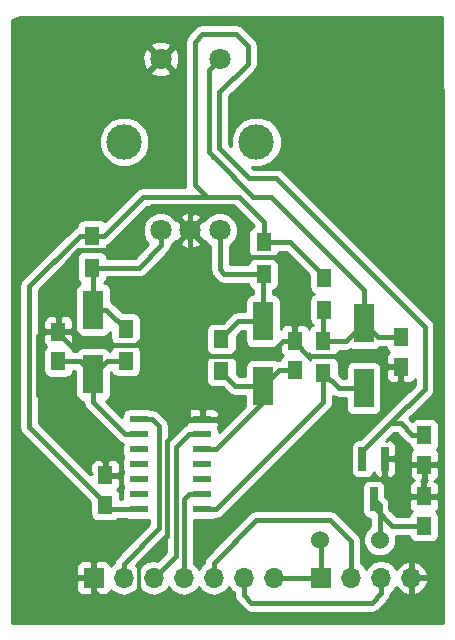
<source format=gbr>
G04 #@! TF.FileFunction,Copper,L1,Top,Signal*
%FSLAX46Y46*%
G04 Gerber Fmt 4.6, Leading zero omitted, Abs format (unit mm)*
G04 Created by KiCad (PCBNEW 4.0.7) date 03/25/18 12:18:46*
%MOMM*%
%LPD*%
G01*
G04 APERTURE LIST*
%ADD10C,0.100000*%
%ADD11R,1.250000X1.500000*%
%ADD12R,1.700000X3.300000*%
%ADD13R,1.700000X1.700000*%
%ADD14O,1.700000X1.700000*%
%ADD15R,1.300000X1.500000*%
%ADD16C,1.800000*%
%ADD17C,3.000000*%
%ADD18R,1.500000X0.600000*%
%ADD19R,0.650000X2.000000*%
%ADD20C,1.524000*%
%ADD21C,0.400000*%
%ADD22C,0.300000*%
%ADD23C,0.200000*%
%ADD24C,0.254000*%
G04 APERTURE END LIST*
D10*
D11*
X8550000Y10725000D03*
X8550000Y13225000D03*
X33575000Y24900000D03*
X33575000Y22400000D03*
X4575000Y22875000D03*
X4575000Y25375000D03*
X24600000Y22125000D03*
X24600000Y24625000D03*
X35525000Y8925000D03*
X35525000Y11425000D03*
X35575000Y16625000D03*
X35575000Y14125000D03*
D12*
X30425000Y20600000D03*
X30425000Y26100000D03*
X7525000Y21750000D03*
X7525000Y27250000D03*
X21900000Y20775000D03*
X21900000Y26275000D03*
D13*
X7560000Y4525000D03*
D14*
X10100000Y4525000D03*
X12640000Y4525000D03*
X15180000Y4525000D03*
X17720000Y4525000D03*
X20260000Y4525000D03*
X22800000Y4525000D03*
D13*
X26835000Y4525000D03*
D14*
X29375000Y4525000D03*
X31915000Y4525000D03*
X34455000Y4525000D03*
D15*
X27025000Y21900000D03*
X27025000Y24600000D03*
X27100000Y29950000D03*
X27100000Y27250000D03*
X7425000Y33500000D03*
X7425000Y30800000D03*
X21950000Y32975000D03*
X21950000Y30275000D03*
X10275000Y25625000D03*
X10275000Y22925000D03*
X18375000Y24750000D03*
X18375000Y22050000D03*
D16*
X13250000Y48450000D03*
X13250000Y33950000D03*
X15750000Y33950000D03*
X18250000Y33950000D03*
X18250000Y48450000D03*
D17*
X21350000Y41450000D03*
X10150000Y41450000D03*
D18*
X16775000Y10340000D03*
X16775000Y11610000D03*
X16775000Y12880000D03*
X16775000Y14150000D03*
X16775000Y15420000D03*
X16775000Y16690000D03*
X16775000Y17960000D03*
X11375000Y17960000D03*
X11375000Y16690000D03*
X11375000Y15420000D03*
X11375000Y14150000D03*
X11375000Y12880000D03*
X11375000Y11610000D03*
X11375000Y10340000D03*
D19*
X32225000Y14610000D03*
X30325000Y14610000D03*
X31275000Y11190000D03*
D20*
X31775000Y7750000D03*
X26695000Y7750000D03*
D21*
X15625000Y17960000D02*
X13807346Y16142346D01*
X13807346Y16142346D02*
X13807346Y8032346D01*
X13807346Y8032346D02*
X12750000Y6975000D01*
X8550000Y13225000D02*
X8550000Y14375000D01*
X8550000Y14375000D02*
X2875000Y20050000D01*
X2875000Y20050000D02*
X2875000Y25000000D01*
X2875000Y25000000D02*
X3250000Y25375000D01*
X3250000Y25375000D02*
X4575000Y25375000D01*
X11475000Y34950000D02*
X12500000Y35975000D01*
X12500000Y35975000D02*
X16400000Y35975000D01*
X11475000Y33875000D02*
X11475000Y34950000D01*
X9849999Y32249999D02*
X11475000Y33875000D01*
X5275000Y31300000D02*
X6224999Y32249999D01*
X6224999Y32249999D02*
X9849999Y32249999D01*
X5275000Y27225000D02*
X5275000Y31300000D01*
X4575000Y25375000D02*
X4575000Y26525000D01*
X4575000Y26525000D02*
X5275000Y27225000D01*
X15750000Y33950000D02*
X15750000Y35222792D01*
X23825000Y26550000D02*
X24600000Y25775000D01*
X15750000Y35222792D02*
X16000000Y35472792D01*
X19875000Y35500000D02*
X19875000Y31874998D01*
X22800003Y31724999D02*
X23825000Y30700002D01*
X16000000Y35472792D02*
X16000000Y35575000D01*
X16000000Y35575000D02*
X16400000Y35975000D01*
X16400000Y35975000D02*
X19400000Y35975000D01*
X19400000Y35975000D02*
X19875000Y35500000D01*
X19875000Y31874998D02*
X19725001Y31724999D01*
X19725001Y31724999D02*
X22800003Y31724999D01*
X23825000Y30700002D02*
X23825000Y26550000D01*
X24600000Y25775000D02*
X24600000Y24625000D01*
X15550000Y22775000D02*
X15550000Y18035000D01*
X15550000Y18035000D02*
X15625000Y17960000D01*
X16075001Y23300001D02*
X15550000Y22775000D01*
X24600000Y24625000D02*
X23575000Y24625000D01*
X23575000Y24625000D02*
X22250001Y23300001D01*
X22250001Y23300001D02*
X16075001Y23300001D01*
X33575000Y22400000D02*
X32550000Y22400000D01*
X32550000Y22400000D02*
X31600001Y23349999D01*
X31600001Y23349999D02*
X25750001Y23349999D01*
X25750001Y23349999D02*
X24600000Y24500000D01*
X24600000Y24500000D02*
X24600000Y24625000D01*
X15750000Y33950000D02*
X15750000Y28799998D01*
X15750000Y28799998D02*
X11175002Y24225000D01*
X11175002Y24225000D02*
X5600000Y24225000D01*
X5600000Y24225000D02*
X4575000Y25250000D01*
X4575000Y25250000D02*
X4575000Y25375000D01*
D22*
X11000000Y2175000D02*
X8860000Y2175000D01*
X8860000Y2175000D02*
X7560000Y3475000D01*
D23*
X7560000Y3475000D02*
X7560000Y4525000D01*
D22*
X11389999Y2564999D02*
X11000000Y2175000D01*
X12750000Y6975000D02*
X11389999Y5614999D01*
X11389999Y5614999D02*
X11389999Y2564999D01*
D21*
X16775000Y17960000D02*
X15625000Y17960000D01*
X17350001Y47550001D02*
X17350001Y40549999D01*
X17350001Y40549999D02*
X17825000Y40075000D01*
X18250000Y48450000D02*
X17350001Y47550001D01*
X21100000Y36800000D02*
X17825000Y40075000D01*
X17825000Y40075000D02*
X17700000Y40200000D01*
X22550002Y36800000D02*
X21100000Y36800000D01*
X30425000Y26100000D02*
X30425000Y28925002D01*
X30425000Y28925002D02*
X22550002Y36800000D01*
X27025000Y24600000D02*
X27025000Y27175000D01*
X27025000Y27175000D02*
X27100000Y27250000D01*
X30400000Y26125000D02*
X30425000Y26100000D01*
X33575000Y24900000D02*
X31625000Y24900000D01*
X31625000Y24900000D02*
X30425000Y26100000D01*
X27025000Y24600000D02*
X28925000Y24600000D01*
X28925000Y24600000D02*
X30425000Y26100000D01*
X11375000Y16690000D02*
X10225000Y16690000D01*
X10225000Y16690000D02*
X7525000Y19390000D01*
X7525000Y19390000D02*
X7525000Y19700000D01*
X7525000Y19700000D02*
X7525000Y21750000D01*
X10275000Y22925000D02*
X8700000Y22925000D01*
X8700000Y22925000D02*
X7525000Y21750000D01*
X4575000Y22875000D02*
X6400000Y22875000D01*
X6400000Y22875000D02*
X7525000Y21750000D01*
X16775000Y15420000D02*
X17925000Y15420000D01*
X17925000Y15420000D02*
X21900000Y19395000D01*
X21900000Y19395000D02*
X21900000Y20775000D01*
X24600000Y22125000D02*
X23250000Y22125000D01*
X23250000Y22125000D02*
X21900000Y20775000D01*
X18375000Y22050000D02*
X18375000Y21950000D01*
X18375000Y21950000D02*
X19550000Y20775000D01*
X19550000Y20775000D02*
X20650000Y20775000D01*
X20650000Y20775000D02*
X21900000Y20775000D01*
X16775000Y10340000D02*
X17925000Y10340000D01*
X27025000Y20750000D02*
X27025000Y21900000D01*
X17925000Y10340000D02*
X27025000Y19440000D01*
X27025000Y19440000D02*
X27025000Y20750000D01*
X30425000Y20600000D02*
X28325000Y20600000D01*
X28325000Y20600000D02*
X27025000Y21900000D01*
X7525000Y27250000D02*
X8650000Y27250000D01*
X8650000Y27250000D02*
X10275000Y25625000D01*
X13250000Y33950000D02*
X13250000Y32677208D01*
X13250000Y32677208D02*
X11372792Y30800000D01*
X11372792Y30800000D02*
X8475000Y30800000D01*
X8475000Y30800000D02*
X7425000Y30800000D01*
X7525000Y27250000D02*
X7525000Y30700000D01*
X7525000Y30700000D02*
X7425000Y30800000D01*
X21900000Y26275000D02*
X19800000Y26275000D01*
X19800000Y26275000D02*
X18375000Y24850000D01*
X18375000Y24850000D02*
X18375000Y24750000D01*
X21900000Y26275000D02*
X21900000Y30225000D01*
X21900000Y30225000D02*
X21950000Y30275000D01*
X18625000Y30275000D02*
X18250000Y30650000D01*
X18250000Y30650000D02*
X18250000Y33950000D01*
X21950000Y30275000D02*
X18625000Y30275000D01*
X15625000Y11610000D02*
X16775000Y11610000D01*
X15180000Y5727081D02*
X15207368Y5754449D01*
X15207368Y5754449D02*
X15207368Y11192368D01*
X15180000Y4525000D02*
X15180000Y5727081D01*
X15207368Y11192368D02*
X15625000Y11610000D01*
X15005704Y4699296D02*
X15180000Y4525000D01*
X13489999Y5374999D02*
X12640000Y4525000D01*
X14507357Y6392357D02*
X13489999Y5374999D01*
X16775000Y16690000D02*
X15625000Y16690000D01*
X14507357Y15572357D02*
X14507357Y6392357D01*
X15625000Y16690000D02*
X14507357Y15572357D01*
X11375000Y17960000D02*
X12525000Y17960000D01*
X10100000Y5727081D02*
X10100000Y4525000D01*
X12525000Y17960000D02*
X13107335Y17377665D01*
X13107335Y17377665D02*
X13107335Y8734416D01*
X13107335Y8734416D02*
X10100000Y5727081D01*
X16125000Y49925000D02*
X16125000Y37832984D01*
X19600000Y50550000D02*
X16750000Y50550000D01*
X16750000Y50550000D02*
X16125000Y49925000D01*
X20609975Y49540025D02*
X19600000Y50550000D01*
X20609975Y48059975D02*
X20609975Y49540025D01*
X30325000Y15285000D02*
X32640000Y17600000D01*
X35575000Y16625000D02*
X34550000Y16625000D01*
X32640000Y17600000D02*
X35587593Y20547593D01*
X33575000Y17600000D02*
X32640000Y17600000D01*
X34550000Y16625000D02*
X33575000Y17600000D01*
X2124989Y17275011D02*
X8550000Y10850000D01*
X2124989Y29249989D02*
X2124989Y17275011D01*
X8550000Y10850000D02*
X8550000Y10725000D01*
X6375000Y33500000D02*
X2124989Y29249989D01*
X7425000Y33500000D02*
X6375000Y33500000D01*
X7425000Y33500000D02*
X8475000Y33500000D01*
X8475000Y33500000D02*
X11003014Y36028014D01*
X11003014Y36028014D02*
X11003014Y36037825D01*
X11003014Y36037825D02*
X11754005Y36788816D01*
X17550351Y36788816D02*
X17597249Y36741918D01*
X11754005Y36788816D02*
X17550351Y36788816D01*
X30325000Y14610000D02*
X30325000Y15285000D01*
X35587593Y20547593D02*
X35587593Y25757505D01*
X19867449Y36757551D02*
X21950000Y34675000D01*
X35587593Y25757505D02*
X22995098Y38350000D01*
X22995098Y38350000D02*
X20750000Y38350000D01*
X20750000Y38350000D02*
X18200000Y40900000D01*
X18200000Y40900000D02*
X18200000Y45650000D01*
X18200000Y45650000D02*
X20609975Y48059975D01*
X21950000Y34675000D02*
X21950000Y32975000D01*
X16125000Y37832984D02*
X17200433Y36757551D01*
X17200433Y36757551D02*
X19867449Y36757551D01*
X11375000Y10340000D02*
X8935000Y10340000D01*
X8935000Y10340000D02*
X8550000Y10725000D01*
X27100000Y30050000D02*
X24175000Y32975000D01*
X24175000Y32975000D02*
X21950000Y32975000D01*
X27100000Y29950000D02*
X27100000Y30050000D01*
X29375000Y4525000D02*
X29375000Y7631691D01*
X17720000Y5792854D02*
X17720000Y4525000D01*
X29375000Y7631691D02*
X27601447Y9405244D01*
X27601447Y9405244D02*
X21332390Y9405244D01*
X21332390Y9405244D02*
X17720000Y5792854D01*
X28999639Y4900361D02*
X29375000Y4525000D01*
X35525000Y8925000D02*
X32865000Y8925000D01*
X32865000Y8925000D02*
X31275000Y10515000D01*
X31275000Y10515000D02*
X31275000Y11190000D01*
X31775000Y7750000D02*
X31775000Y10690000D01*
X31775000Y10690000D02*
X31275000Y11190000D01*
X26835000Y4525000D02*
X26835000Y7610000D01*
X26835000Y7610000D02*
X26695000Y7750000D01*
X22800000Y4525000D02*
X24002081Y4525000D01*
X24002081Y4525000D02*
X26835000Y4525000D01*
X20260000Y4525000D02*
X20260000Y3088880D01*
X20260000Y3088880D02*
X20932736Y2416144D01*
X20932736Y2416144D02*
X31097625Y2416144D01*
X31097625Y2416144D02*
X31895450Y3213969D01*
X31895450Y3213969D02*
X31895450Y4505450D01*
X31895450Y4505450D02*
X31915000Y4525000D01*
D24*
G36*
X37049149Y51998803D02*
X37158998Y39990579D01*
X37140337Y709516D01*
X685000Y685501D01*
X685000Y4239250D01*
X6075000Y4239250D01*
X6075000Y3548691D01*
X6171673Y3315302D01*
X6350301Y3136673D01*
X6583690Y3040000D01*
X7274250Y3040000D01*
X7433000Y3198750D01*
X7433000Y4398000D01*
X6233750Y4398000D01*
X6075000Y4239250D01*
X685000Y4239250D01*
X685000Y5501309D01*
X6075000Y5501309D01*
X6075000Y4810750D01*
X6233750Y4652000D01*
X7433000Y4652000D01*
X7433000Y5851250D01*
X7274250Y6010000D01*
X6583690Y6010000D01*
X6350301Y5913327D01*
X6171673Y5734698D01*
X6075000Y5501309D01*
X685000Y5501309D01*
X685000Y29249989D01*
X1289989Y29249989D01*
X1289989Y17275011D01*
X1353550Y16955470D01*
X1438348Y16828561D01*
X1534555Y16684577D01*
X7277560Y10941572D01*
X7277560Y9975000D01*
X7321838Y9739683D01*
X7460910Y9523559D01*
X7673110Y9378569D01*
X7925000Y9327560D01*
X9175000Y9327560D01*
X9410317Y9371838D01*
X9617257Y9505000D01*
X10283203Y9505000D01*
X10373110Y9443569D01*
X10625000Y9392560D01*
X12125000Y9392560D01*
X12272335Y9420283D01*
X12272335Y9080284D01*
X9509566Y6317515D01*
X9328561Y6046622D01*
X9269762Y5751023D01*
X9049946Y5604147D01*
X9020597Y5560223D01*
X8948327Y5734698D01*
X8769699Y5913327D01*
X8536310Y6010000D01*
X7845750Y6010000D01*
X7687000Y5851250D01*
X7687000Y4652000D01*
X7707000Y4652000D01*
X7707000Y4398000D01*
X7687000Y4398000D01*
X7687000Y3198750D01*
X7845750Y3040000D01*
X8536310Y3040000D01*
X8769699Y3136673D01*
X8948327Y3315302D01*
X9020597Y3489777D01*
X9049946Y3445853D01*
X9531715Y3123946D01*
X10100000Y3010907D01*
X10668285Y3123946D01*
X11150054Y3445853D01*
X11370000Y3775026D01*
X11589946Y3445853D01*
X12071715Y3123946D01*
X12640000Y3010907D01*
X13208285Y3123946D01*
X13690054Y3445853D01*
X13910000Y3775026D01*
X14129946Y3445853D01*
X14611715Y3123946D01*
X15180000Y3010907D01*
X15748285Y3123946D01*
X16230054Y3445853D01*
X16450000Y3775026D01*
X16669946Y3445853D01*
X17151715Y3123946D01*
X17720000Y3010907D01*
X18288285Y3123946D01*
X18770054Y3445853D01*
X18990000Y3775026D01*
X19209946Y3445853D01*
X19425000Y3302159D01*
X19425000Y3088880D01*
X19488561Y2769339D01*
X19511048Y2735685D01*
X19669566Y2498446D01*
X20342302Y1825710D01*
X20613195Y1644705D01*
X20932736Y1581144D01*
X31097625Y1581144D01*
X31417166Y1644705D01*
X31688059Y1825710D01*
X32485884Y2623535D01*
X32666889Y2894428D01*
X32730450Y3213969D01*
X32730450Y3289096D01*
X32965054Y3445853D01*
X33192702Y3786553D01*
X33259817Y3643642D01*
X33688076Y3253355D01*
X34098110Y3083524D01*
X34328000Y3204845D01*
X34328000Y4398000D01*
X34582000Y4398000D01*
X34582000Y3204845D01*
X34811890Y3083524D01*
X35221924Y3253355D01*
X35650183Y3643642D01*
X35896486Y4168108D01*
X35775819Y4398000D01*
X34582000Y4398000D01*
X34328000Y4398000D01*
X34308000Y4398000D01*
X34308000Y4652000D01*
X34328000Y4652000D01*
X34328000Y5845155D01*
X34582000Y5845155D01*
X34582000Y4652000D01*
X35775819Y4652000D01*
X35896486Y4881892D01*
X35650183Y5406358D01*
X35221924Y5796645D01*
X34811890Y5966476D01*
X34582000Y5845155D01*
X34328000Y5845155D01*
X34098110Y5966476D01*
X33688076Y5796645D01*
X33259817Y5406358D01*
X33192702Y5263447D01*
X32965054Y5604147D01*
X32483285Y5926054D01*
X31915000Y6039093D01*
X31346715Y5926054D01*
X30864946Y5604147D01*
X30645000Y5274974D01*
X30425054Y5604147D01*
X30210000Y5747841D01*
X30210000Y7631691D01*
X30186467Y7750000D01*
X30146440Y7951231D01*
X29965434Y8222125D01*
X28191881Y9995678D01*
X27920988Y10176683D01*
X27601447Y10240244D01*
X21332390Y10240244D01*
X21012849Y10176683D01*
X20741956Y9995678D01*
X17129566Y6383288D01*
X16948561Y6112395D01*
X16885000Y5792854D01*
X16885000Y5747841D01*
X16669946Y5604147D01*
X16450000Y5274974D01*
X16230054Y5604147D01*
X16037997Y5732475D01*
X16042368Y5754449D01*
X16042368Y9392560D01*
X17525000Y9392560D01*
X17760317Y9436838D01*
X17866244Y9505000D01*
X17925000Y9505000D01*
X18244541Y9568561D01*
X18515434Y9749566D01*
X20955868Y12190000D01*
X30302560Y12190000D01*
X30302560Y10190000D01*
X30346838Y9954683D01*
X30485910Y9738559D01*
X30698110Y9593569D01*
X30940000Y9544585D01*
X30940000Y8890391D01*
X30591371Y8542370D01*
X30378243Y8029100D01*
X30377758Y7473339D01*
X30589990Y6959697D01*
X30982630Y6566371D01*
X31495900Y6353243D01*
X32051661Y6352758D01*
X32565303Y6564990D01*
X32958629Y6957630D01*
X33171757Y7470900D01*
X33172242Y8026661D01*
X33146071Y8090000D01*
X34268554Y8090000D01*
X34296838Y7939683D01*
X34435910Y7723559D01*
X34648110Y7578569D01*
X34900000Y7527560D01*
X36150000Y7527560D01*
X36385317Y7571838D01*
X36601441Y7710910D01*
X36746431Y7923110D01*
X36797440Y8175000D01*
X36797440Y9675000D01*
X36753162Y9910317D01*
X36614090Y10126441D01*
X36545994Y10172969D01*
X36688327Y10315302D01*
X36785000Y10548691D01*
X36785000Y11139250D01*
X36626250Y11298000D01*
X35652000Y11298000D01*
X35652000Y11278000D01*
X35398000Y11278000D01*
X35398000Y11298000D01*
X34423750Y11298000D01*
X34265000Y11139250D01*
X34265000Y10548691D01*
X34361673Y10315302D01*
X34502910Y10174064D01*
X34448559Y10139090D01*
X34303569Y9926890D01*
X34269773Y9760000D01*
X33210868Y9760000D01*
X32610000Y10360868D01*
X32610000Y10690000D01*
X32603038Y10725000D01*
X32546440Y11009540D01*
X32365434Y11280434D01*
X32247440Y11398428D01*
X32247440Y12190000D01*
X32226496Y12301309D01*
X34265000Y12301309D01*
X34265000Y11710750D01*
X34423750Y11552000D01*
X35398000Y11552000D01*
X35398000Y12651250D01*
X35652000Y12651250D01*
X35652000Y11552000D01*
X36626250Y11552000D01*
X36785000Y11710750D01*
X36785000Y12301309D01*
X36688327Y12534698D01*
X36509699Y12713327D01*
X36385807Y12764645D01*
X36559699Y12836673D01*
X36738327Y13015302D01*
X36835000Y13248691D01*
X36835000Y13839250D01*
X36676250Y13998000D01*
X35702000Y13998000D01*
X35702000Y12898750D01*
X35800750Y12800000D01*
X35652000Y12651250D01*
X35398000Y12651250D01*
X35299250Y12750000D01*
X35448000Y12898750D01*
X35448000Y13998000D01*
X34473750Y13998000D01*
X34315000Y13839250D01*
X34315000Y13248691D01*
X34411673Y13015302D01*
X34590301Y12836673D01*
X34714193Y12785355D01*
X34540301Y12713327D01*
X34361673Y12534698D01*
X34265000Y12301309D01*
X32226496Y12301309D01*
X32203162Y12425317D01*
X32064090Y12641441D01*
X31851890Y12786431D01*
X31600000Y12837440D01*
X30950000Y12837440D01*
X30714683Y12793162D01*
X30498559Y12654090D01*
X30353569Y12441890D01*
X30302560Y12190000D01*
X20955868Y12190000D01*
X27615434Y18849566D01*
X27763030Y19070459D01*
X27796439Y19120459D01*
X27860000Y19440000D01*
X27860000Y19925753D01*
X28005460Y19828560D01*
X28325000Y19765000D01*
X28927560Y19765000D01*
X28927560Y18950000D01*
X28971838Y18714683D01*
X29110910Y18498559D01*
X29323110Y18353569D01*
X29575000Y18302560D01*
X31275000Y18302560D01*
X31510317Y18346838D01*
X31726441Y18485910D01*
X31871431Y18698110D01*
X31922440Y18950000D01*
X31922440Y22114250D01*
X32315000Y22114250D01*
X32315000Y21523691D01*
X32411673Y21290302D01*
X32590301Y21111673D01*
X32823690Y21015000D01*
X33289250Y21015000D01*
X33448000Y21173750D01*
X33448000Y22273000D01*
X32473750Y22273000D01*
X32315000Y22114250D01*
X31922440Y22114250D01*
X31922440Y22250000D01*
X31878162Y22485317D01*
X31739090Y22701441D01*
X31526890Y22846431D01*
X31275000Y22897440D01*
X29575000Y22897440D01*
X29339683Y22853162D01*
X29123559Y22714090D01*
X28978569Y22501890D01*
X28927560Y22250000D01*
X28927560Y21435000D01*
X28670868Y21435000D01*
X28322440Y21783428D01*
X28322440Y22650000D01*
X28278162Y22885317D01*
X28139090Y23101441D01*
X27926890Y23246431D01*
X27913803Y23249081D01*
X28126441Y23385910D01*
X28271431Y23598110D01*
X28305227Y23765000D01*
X28925000Y23765000D01*
X29244541Y23828561D01*
X29302769Y23867468D01*
X29323110Y23853569D01*
X29575000Y23802560D01*
X31275000Y23802560D01*
X31510317Y23846838D01*
X31726441Y23985910D01*
X31780481Y24065000D01*
X32318554Y24065000D01*
X32346838Y23914683D01*
X32485910Y23698559D01*
X32554006Y23652031D01*
X32411673Y23509698D01*
X32315000Y23276309D01*
X32315000Y22685750D01*
X32473750Y22527000D01*
X33448000Y22527000D01*
X33448000Y22547000D01*
X33702000Y22547000D01*
X33702000Y22527000D01*
X33722000Y22527000D01*
X33722000Y22273000D01*
X33702000Y22273000D01*
X33702000Y21173750D01*
X33860750Y21015000D01*
X34326310Y21015000D01*
X34559699Y21111673D01*
X34738327Y21290302D01*
X34752593Y21324743D01*
X34752593Y20893461D01*
X30116572Y16257440D01*
X30000000Y16257440D01*
X29764683Y16213162D01*
X29548559Y16074090D01*
X29403569Y15861890D01*
X29352560Y15610000D01*
X29352560Y13610000D01*
X29396838Y13374683D01*
X29535910Y13158559D01*
X29748110Y13013569D01*
X30000000Y12962560D01*
X30650000Y12962560D01*
X30885317Y13006838D01*
X31101441Y13145910D01*
X31246431Y13358110D01*
X31269609Y13472565D01*
X31361673Y13250302D01*
X31540301Y13071673D01*
X31773690Y12975000D01*
X31939250Y12975000D01*
X32098000Y13133750D01*
X32098000Y14483000D01*
X32352000Y14483000D01*
X32352000Y13133750D01*
X32510750Y12975000D01*
X32676310Y12975000D01*
X32909699Y13071673D01*
X33088327Y13250302D01*
X33185000Y13483691D01*
X33185000Y14324250D01*
X33026250Y14483000D01*
X32352000Y14483000D01*
X32098000Y14483000D01*
X32078000Y14483000D01*
X32078000Y14737000D01*
X32098000Y14737000D01*
X32098000Y14757000D01*
X32352000Y14757000D01*
X32352000Y14737000D01*
X33026250Y14737000D01*
X33185000Y14895750D01*
X33185000Y15736309D01*
X33088327Y15969698D01*
X32909699Y16148327D01*
X32676310Y16245000D01*
X32510750Y16245000D01*
X32352002Y16086252D01*
X32352002Y16131134D01*
X32985868Y16765000D01*
X33229132Y16765000D01*
X33959566Y16034566D01*
X34230459Y15853561D01*
X34309554Y15837828D01*
X34346838Y15639683D01*
X34485910Y15423559D01*
X34554006Y15377031D01*
X34411673Y15234698D01*
X34315000Y15001309D01*
X34315000Y14410750D01*
X34473750Y14252000D01*
X35448000Y14252000D01*
X35448000Y14272000D01*
X35702000Y14272000D01*
X35702000Y14252000D01*
X36676250Y14252000D01*
X36835000Y14410750D01*
X36835000Y15001309D01*
X36738327Y15234698D01*
X36597090Y15375936D01*
X36651441Y15410910D01*
X36796431Y15623110D01*
X36847440Y15875000D01*
X36847440Y17375000D01*
X36803162Y17610317D01*
X36664090Y17826441D01*
X36451890Y17971431D01*
X36200000Y18022440D01*
X34950000Y18022440D01*
X34714683Y17978162D01*
X34509645Y17846223D01*
X34288368Y18067500D01*
X36178027Y19957159D01*
X36313271Y20159566D01*
X36359032Y20228052D01*
X36422593Y20547593D01*
X36422593Y25757505D01*
X36359032Y26077046D01*
X36178027Y26347939D01*
X23585532Y38940434D01*
X23314639Y39121439D01*
X22995098Y39185000D01*
X21095868Y39185000D01*
X20965533Y39315335D01*
X21772815Y39314630D01*
X22557800Y39638980D01*
X23158909Y40239041D01*
X23484628Y41023459D01*
X23485370Y41872815D01*
X23161020Y42657800D01*
X22560959Y43258909D01*
X21776541Y43584628D01*
X20927185Y43585370D01*
X20142200Y43261020D01*
X19541091Y42660959D01*
X19215372Y41876541D01*
X19214664Y41066204D01*
X19035000Y41245868D01*
X19035000Y45304132D01*
X21200409Y47469541D01*
X21253800Y47549446D01*
X21381414Y47740434D01*
X21444975Y48059975D01*
X21444975Y49540025D01*
X21381414Y49859566D01*
X21200409Y50130459D01*
X20190434Y51140434D01*
X19919541Y51321439D01*
X19600000Y51385000D01*
X16750000Y51385000D01*
X16430459Y51321439D01*
X16159566Y51140434D01*
X15534566Y50515434D01*
X15353561Y50244541D01*
X15290000Y49925000D01*
X15290000Y37832984D01*
X15331606Y37623816D01*
X11754005Y37623816D01*
X11434465Y37560256D01*
X11163571Y37379250D01*
X10412580Y36628259D01*
X10392824Y36598692D01*
X8513237Y34719105D01*
X8326890Y34846431D01*
X8075000Y34897440D01*
X6775000Y34897440D01*
X6539683Y34853162D01*
X6323559Y34714090D01*
X6178569Y34501890D01*
X6135110Y34287283D01*
X6055459Y34271439D01*
X5913285Y34176441D01*
X5784566Y34090434D01*
X1534555Y29840423D01*
X1353550Y29569530D01*
X1289989Y29249989D01*
X685000Y29249989D01*
X685000Y41027185D01*
X8014630Y41027185D01*
X8338980Y40242200D01*
X8939041Y39641091D01*
X9723459Y39315372D01*
X10572815Y39314630D01*
X11357800Y39638980D01*
X11958909Y40239041D01*
X12284628Y41023459D01*
X12285370Y41872815D01*
X11961020Y42657800D01*
X11360959Y43258909D01*
X10576541Y43584628D01*
X9727185Y43585370D01*
X8942200Y43261020D01*
X8341091Y42660959D01*
X8015372Y41876541D01*
X8014630Y41027185D01*
X685000Y41027185D01*
X685000Y47369841D01*
X12349446Y47369841D01*
X12435852Y47113357D01*
X13009336Y46903542D01*
X13619460Y46929161D01*
X14064148Y47113357D01*
X14150554Y47369841D01*
X13250000Y48270395D01*
X12349446Y47369841D01*
X685000Y47369841D01*
X685000Y48690664D01*
X11703542Y48690664D01*
X11729161Y48080540D01*
X11913357Y47635852D01*
X12169841Y47549446D01*
X13070395Y48450000D01*
X13429605Y48450000D01*
X14330159Y47549446D01*
X14586643Y47635852D01*
X14796458Y48209336D01*
X14770839Y48819460D01*
X14586643Y49264148D01*
X14330159Y49350554D01*
X13429605Y48450000D01*
X13070395Y48450000D01*
X12169841Y49350554D01*
X11913357Y49264148D01*
X11703542Y48690664D01*
X685000Y48690664D01*
X685000Y49530159D01*
X12349446Y49530159D01*
X13250000Y48629605D01*
X14150554Y49530159D01*
X14064148Y49786643D01*
X13490664Y49996458D01*
X12880540Y49970839D01*
X12435852Y49786643D01*
X12349446Y49530159D01*
X685000Y49530159D01*
X685000Y51762213D01*
X1348207Y51990905D01*
X34830992Y52012992D01*
X37049149Y51998803D01*
X37049149Y51998803D01*
G37*
X37049149Y51998803D02*
X37158998Y39990579D01*
X37140337Y709516D01*
X685000Y685501D01*
X685000Y4239250D01*
X6075000Y4239250D01*
X6075000Y3548691D01*
X6171673Y3315302D01*
X6350301Y3136673D01*
X6583690Y3040000D01*
X7274250Y3040000D01*
X7433000Y3198750D01*
X7433000Y4398000D01*
X6233750Y4398000D01*
X6075000Y4239250D01*
X685000Y4239250D01*
X685000Y5501309D01*
X6075000Y5501309D01*
X6075000Y4810750D01*
X6233750Y4652000D01*
X7433000Y4652000D01*
X7433000Y5851250D01*
X7274250Y6010000D01*
X6583690Y6010000D01*
X6350301Y5913327D01*
X6171673Y5734698D01*
X6075000Y5501309D01*
X685000Y5501309D01*
X685000Y29249989D01*
X1289989Y29249989D01*
X1289989Y17275011D01*
X1353550Y16955470D01*
X1438348Y16828561D01*
X1534555Y16684577D01*
X7277560Y10941572D01*
X7277560Y9975000D01*
X7321838Y9739683D01*
X7460910Y9523559D01*
X7673110Y9378569D01*
X7925000Y9327560D01*
X9175000Y9327560D01*
X9410317Y9371838D01*
X9617257Y9505000D01*
X10283203Y9505000D01*
X10373110Y9443569D01*
X10625000Y9392560D01*
X12125000Y9392560D01*
X12272335Y9420283D01*
X12272335Y9080284D01*
X9509566Y6317515D01*
X9328561Y6046622D01*
X9269762Y5751023D01*
X9049946Y5604147D01*
X9020597Y5560223D01*
X8948327Y5734698D01*
X8769699Y5913327D01*
X8536310Y6010000D01*
X7845750Y6010000D01*
X7687000Y5851250D01*
X7687000Y4652000D01*
X7707000Y4652000D01*
X7707000Y4398000D01*
X7687000Y4398000D01*
X7687000Y3198750D01*
X7845750Y3040000D01*
X8536310Y3040000D01*
X8769699Y3136673D01*
X8948327Y3315302D01*
X9020597Y3489777D01*
X9049946Y3445853D01*
X9531715Y3123946D01*
X10100000Y3010907D01*
X10668285Y3123946D01*
X11150054Y3445853D01*
X11370000Y3775026D01*
X11589946Y3445853D01*
X12071715Y3123946D01*
X12640000Y3010907D01*
X13208285Y3123946D01*
X13690054Y3445853D01*
X13910000Y3775026D01*
X14129946Y3445853D01*
X14611715Y3123946D01*
X15180000Y3010907D01*
X15748285Y3123946D01*
X16230054Y3445853D01*
X16450000Y3775026D01*
X16669946Y3445853D01*
X17151715Y3123946D01*
X17720000Y3010907D01*
X18288285Y3123946D01*
X18770054Y3445853D01*
X18990000Y3775026D01*
X19209946Y3445853D01*
X19425000Y3302159D01*
X19425000Y3088880D01*
X19488561Y2769339D01*
X19511048Y2735685D01*
X19669566Y2498446D01*
X20342302Y1825710D01*
X20613195Y1644705D01*
X20932736Y1581144D01*
X31097625Y1581144D01*
X31417166Y1644705D01*
X31688059Y1825710D01*
X32485884Y2623535D01*
X32666889Y2894428D01*
X32730450Y3213969D01*
X32730450Y3289096D01*
X32965054Y3445853D01*
X33192702Y3786553D01*
X33259817Y3643642D01*
X33688076Y3253355D01*
X34098110Y3083524D01*
X34328000Y3204845D01*
X34328000Y4398000D01*
X34582000Y4398000D01*
X34582000Y3204845D01*
X34811890Y3083524D01*
X35221924Y3253355D01*
X35650183Y3643642D01*
X35896486Y4168108D01*
X35775819Y4398000D01*
X34582000Y4398000D01*
X34328000Y4398000D01*
X34308000Y4398000D01*
X34308000Y4652000D01*
X34328000Y4652000D01*
X34328000Y5845155D01*
X34582000Y5845155D01*
X34582000Y4652000D01*
X35775819Y4652000D01*
X35896486Y4881892D01*
X35650183Y5406358D01*
X35221924Y5796645D01*
X34811890Y5966476D01*
X34582000Y5845155D01*
X34328000Y5845155D01*
X34098110Y5966476D01*
X33688076Y5796645D01*
X33259817Y5406358D01*
X33192702Y5263447D01*
X32965054Y5604147D01*
X32483285Y5926054D01*
X31915000Y6039093D01*
X31346715Y5926054D01*
X30864946Y5604147D01*
X30645000Y5274974D01*
X30425054Y5604147D01*
X30210000Y5747841D01*
X30210000Y7631691D01*
X30186467Y7750000D01*
X30146440Y7951231D01*
X29965434Y8222125D01*
X28191881Y9995678D01*
X27920988Y10176683D01*
X27601447Y10240244D01*
X21332390Y10240244D01*
X21012849Y10176683D01*
X20741956Y9995678D01*
X17129566Y6383288D01*
X16948561Y6112395D01*
X16885000Y5792854D01*
X16885000Y5747841D01*
X16669946Y5604147D01*
X16450000Y5274974D01*
X16230054Y5604147D01*
X16037997Y5732475D01*
X16042368Y5754449D01*
X16042368Y9392560D01*
X17525000Y9392560D01*
X17760317Y9436838D01*
X17866244Y9505000D01*
X17925000Y9505000D01*
X18244541Y9568561D01*
X18515434Y9749566D01*
X20955868Y12190000D01*
X30302560Y12190000D01*
X30302560Y10190000D01*
X30346838Y9954683D01*
X30485910Y9738559D01*
X30698110Y9593569D01*
X30940000Y9544585D01*
X30940000Y8890391D01*
X30591371Y8542370D01*
X30378243Y8029100D01*
X30377758Y7473339D01*
X30589990Y6959697D01*
X30982630Y6566371D01*
X31495900Y6353243D01*
X32051661Y6352758D01*
X32565303Y6564990D01*
X32958629Y6957630D01*
X33171757Y7470900D01*
X33172242Y8026661D01*
X33146071Y8090000D01*
X34268554Y8090000D01*
X34296838Y7939683D01*
X34435910Y7723559D01*
X34648110Y7578569D01*
X34900000Y7527560D01*
X36150000Y7527560D01*
X36385317Y7571838D01*
X36601441Y7710910D01*
X36746431Y7923110D01*
X36797440Y8175000D01*
X36797440Y9675000D01*
X36753162Y9910317D01*
X36614090Y10126441D01*
X36545994Y10172969D01*
X36688327Y10315302D01*
X36785000Y10548691D01*
X36785000Y11139250D01*
X36626250Y11298000D01*
X35652000Y11298000D01*
X35652000Y11278000D01*
X35398000Y11278000D01*
X35398000Y11298000D01*
X34423750Y11298000D01*
X34265000Y11139250D01*
X34265000Y10548691D01*
X34361673Y10315302D01*
X34502910Y10174064D01*
X34448559Y10139090D01*
X34303569Y9926890D01*
X34269773Y9760000D01*
X33210868Y9760000D01*
X32610000Y10360868D01*
X32610000Y10690000D01*
X32603038Y10725000D01*
X32546440Y11009540D01*
X32365434Y11280434D01*
X32247440Y11398428D01*
X32247440Y12190000D01*
X32226496Y12301309D01*
X34265000Y12301309D01*
X34265000Y11710750D01*
X34423750Y11552000D01*
X35398000Y11552000D01*
X35398000Y12651250D01*
X35652000Y12651250D01*
X35652000Y11552000D01*
X36626250Y11552000D01*
X36785000Y11710750D01*
X36785000Y12301309D01*
X36688327Y12534698D01*
X36509699Y12713327D01*
X36385807Y12764645D01*
X36559699Y12836673D01*
X36738327Y13015302D01*
X36835000Y13248691D01*
X36835000Y13839250D01*
X36676250Y13998000D01*
X35702000Y13998000D01*
X35702000Y12898750D01*
X35800750Y12800000D01*
X35652000Y12651250D01*
X35398000Y12651250D01*
X35299250Y12750000D01*
X35448000Y12898750D01*
X35448000Y13998000D01*
X34473750Y13998000D01*
X34315000Y13839250D01*
X34315000Y13248691D01*
X34411673Y13015302D01*
X34590301Y12836673D01*
X34714193Y12785355D01*
X34540301Y12713327D01*
X34361673Y12534698D01*
X34265000Y12301309D01*
X32226496Y12301309D01*
X32203162Y12425317D01*
X32064090Y12641441D01*
X31851890Y12786431D01*
X31600000Y12837440D01*
X30950000Y12837440D01*
X30714683Y12793162D01*
X30498559Y12654090D01*
X30353569Y12441890D01*
X30302560Y12190000D01*
X20955868Y12190000D01*
X27615434Y18849566D01*
X27763030Y19070459D01*
X27796439Y19120459D01*
X27860000Y19440000D01*
X27860000Y19925753D01*
X28005460Y19828560D01*
X28325000Y19765000D01*
X28927560Y19765000D01*
X28927560Y18950000D01*
X28971838Y18714683D01*
X29110910Y18498559D01*
X29323110Y18353569D01*
X29575000Y18302560D01*
X31275000Y18302560D01*
X31510317Y18346838D01*
X31726441Y18485910D01*
X31871431Y18698110D01*
X31922440Y18950000D01*
X31922440Y22114250D01*
X32315000Y22114250D01*
X32315000Y21523691D01*
X32411673Y21290302D01*
X32590301Y21111673D01*
X32823690Y21015000D01*
X33289250Y21015000D01*
X33448000Y21173750D01*
X33448000Y22273000D01*
X32473750Y22273000D01*
X32315000Y22114250D01*
X31922440Y22114250D01*
X31922440Y22250000D01*
X31878162Y22485317D01*
X31739090Y22701441D01*
X31526890Y22846431D01*
X31275000Y22897440D01*
X29575000Y22897440D01*
X29339683Y22853162D01*
X29123559Y22714090D01*
X28978569Y22501890D01*
X28927560Y22250000D01*
X28927560Y21435000D01*
X28670868Y21435000D01*
X28322440Y21783428D01*
X28322440Y22650000D01*
X28278162Y22885317D01*
X28139090Y23101441D01*
X27926890Y23246431D01*
X27913803Y23249081D01*
X28126441Y23385910D01*
X28271431Y23598110D01*
X28305227Y23765000D01*
X28925000Y23765000D01*
X29244541Y23828561D01*
X29302769Y23867468D01*
X29323110Y23853569D01*
X29575000Y23802560D01*
X31275000Y23802560D01*
X31510317Y23846838D01*
X31726441Y23985910D01*
X31780481Y24065000D01*
X32318554Y24065000D01*
X32346838Y23914683D01*
X32485910Y23698559D01*
X32554006Y23652031D01*
X32411673Y23509698D01*
X32315000Y23276309D01*
X32315000Y22685750D01*
X32473750Y22527000D01*
X33448000Y22527000D01*
X33448000Y22547000D01*
X33702000Y22547000D01*
X33702000Y22527000D01*
X33722000Y22527000D01*
X33722000Y22273000D01*
X33702000Y22273000D01*
X33702000Y21173750D01*
X33860750Y21015000D01*
X34326310Y21015000D01*
X34559699Y21111673D01*
X34738327Y21290302D01*
X34752593Y21324743D01*
X34752593Y20893461D01*
X30116572Y16257440D01*
X30000000Y16257440D01*
X29764683Y16213162D01*
X29548559Y16074090D01*
X29403569Y15861890D01*
X29352560Y15610000D01*
X29352560Y13610000D01*
X29396838Y13374683D01*
X29535910Y13158559D01*
X29748110Y13013569D01*
X30000000Y12962560D01*
X30650000Y12962560D01*
X30885317Y13006838D01*
X31101441Y13145910D01*
X31246431Y13358110D01*
X31269609Y13472565D01*
X31361673Y13250302D01*
X31540301Y13071673D01*
X31773690Y12975000D01*
X31939250Y12975000D01*
X32098000Y13133750D01*
X32098000Y14483000D01*
X32352000Y14483000D01*
X32352000Y13133750D01*
X32510750Y12975000D01*
X32676310Y12975000D01*
X32909699Y13071673D01*
X33088327Y13250302D01*
X33185000Y13483691D01*
X33185000Y14324250D01*
X33026250Y14483000D01*
X32352000Y14483000D01*
X32098000Y14483000D01*
X32078000Y14483000D01*
X32078000Y14737000D01*
X32098000Y14737000D01*
X32098000Y14757000D01*
X32352000Y14757000D01*
X32352000Y14737000D01*
X33026250Y14737000D01*
X33185000Y14895750D01*
X33185000Y15736309D01*
X33088327Y15969698D01*
X32909699Y16148327D01*
X32676310Y16245000D01*
X32510750Y16245000D01*
X32352002Y16086252D01*
X32352002Y16131134D01*
X32985868Y16765000D01*
X33229132Y16765000D01*
X33959566Y16034566D01*
X34230459Y15853561D01*
X34309554Y15837828D01*
X34346838Y15639683D01*
X34485910Y15423559D01*
X34554006Y15377031D01*
X34411673Y15234698D01*
X34315000Y15001309D01*
X34315000Y14410750D01*
X34473750Y14252000D01*
X35448000Y14252000D01*
X35448000Y14272000D01*
X35702000Y14272000D01*
X35702000Y14252000D01*
X36676250Y14252000D01*
X36835000Y14410750D01*
X36835000Y15001309D01*
X36738327Y15234698D01*
X36597090Y15375936D01*
X36651441Y15410910D01*
X36796431Y15623110D01*
X36847440Y15875000D01*
X36847440Y17375000D01*
X36803162Y17610317D01*
X36664090Y17826441D01*
X36451890Y17971431D01*
X36200000Y18022440D01*
X34950000Y18022440D01*
X34714683Y17978162D01*
X34509645Y17846223D01*
X34288368Y18067500D01*
X36178027Y19957159D01*
X36313271Y20159566D01*
X36359032Y20228052D01*
X36422593Y20547593D01*
X36422593Y25757505D01*
X36359032Y26077046D01*
X36178027Y26347939D01*
X23585532Y38940434D01*
X23314639Y39121439D01*
X22995098Y39185000D01*
X21095868Y39185000D01*
X20965533Y39315335D01*
X21772815Y39314630D01*
X22557800Y39638980D01*
X23158909Y40239041D01*
X23484628Y41023459D01*
X23485370Y41872815D01*
X23161020Y42657800D01*
X22560959Y43258909D01*
X21776541Y43584628D01*
X20927185Y43585370D01*
X20142200Y43261020D01*
X19541091Y42660959D01*
X19215372Y41876541D01*
X19214664Y41066204D01*
X19035000Y41245868D01*
X19035000Y45304132D01*
X21200409Y47469541D01*
X21253800Y47549446D01*
X21381414Y47740434D01*
X21444975Y48059975D01*
X21444975Y49540025D01*
X21381414Y49859566D01*
X21200409Y50130459D01*
X20190434Y51140434D01*
X19919541Y51321439D01*
X19600000Y51385000D01*
X16750000Y51385000D01*
X16430459Y51321439D01*
X16159566Y51140434D01*
X15534566Y50515434D01*
X15353561Y50244541D01*
X15290000Y49925000D01*
X15290000Y37832984D01*
X15331606Y37623816D01*
X11754005Y37623816D01*
X11434465Y37560256D01*
X11163571Y37379250D01*
X10412580Y36628259D01*
X10392824Y36598692D01*
X8513237Y34719105D01*
X8326890Y34846431D01*
X8075000Y34897440D01*
X6775000Y34897440D01*
X6539683Y34853162D01*
X6323559Y34714090D01*
X6178569Y34501890D01*
X6135110Y34287283D01*
X6055459Y34271439D01*
X5913285Y34176441D01*
X5784566Y34090434D01*
X1534555Y29840423D01*
X1353550Y29569530D01*
X1289989Y29249989D01*
X685000Y29249989D01*
X685000Y41027185D01*
X8014630Y41027185D01*
X8338980Y40242200D01*
X8939041Y39641091D01*
X9723459Y39315372D01*
X10572815Y39314630D01*
X11357800Y39638980D01*
X11958909Y40239041D01*
X12284628Y41023459D01*
X12285370Y41872815D01*
X11961020Y42657800D01*
X11360959Y43258909D01*
X10576541Y43584628D01*
X9727185Y43585370D01*
X8942200Y43261020D01*
X8341091Y42660959D01*
X8015372Y41876541D01*
X8014630Y41027185D01*
X685000Y41027185D01*
X685000Y47369841D01*
X12349446Y47369841D01*
X12435852Y47113357D01*
X13009336Y46903542D01*
X13619460Y46929161D01*
X14064148Y47113357D01*
X14150554Y47369841D01*
X13250000Y48270395D01*
X12349446Y47369841D01*
X685000Y47369841D01*
X685000Y48690664D01*
X11703542Y48690664D01*
X11729161Y48080540D01*
X11913357Y47635852D01*
X12169841Y47549446D01*
X13070395Y48450000D01*
X13429605Y48450000D01*
X14330159Y47549446D01*
X14586643Y47635852D01*
X14796458Y48209336D01*
X14770839Y48819460D01*
X14586643Y49264148D01*
X14330159Y49350554D01*
X13429605Y48450000D01*
X13070395Y48450000D01*
X12169841Y49350554D01*
X11913357Y49264148D01*
X11703542Y48690664D01*
X685000Y48690664D01*
X685000Y49530159D01*
X12349446Y49530159D01*
X13250000Y48629605D01*
X14150554Y49530159D01*
X14064148Y49786643D01*
X13490664Y49996458D01*
X12880540Y49970839D01*
X12435852Y49786643D01*
X12349446Y49530159D01*
X685000Y49530159D01*
X685000Y51762213D01*
X1348207Y51990905D01*
X34830992Y52012992D01*
X37049149Y51998803D01*
G36*
X13672357Y6738226D02*
X12917939Y5983807D01*
X12640000Y6039093D01*
X12071715Y5926054D01*
X11589946Y5604147D01*
X11370000Y5274974D01*
X11153210Y5599423D01*
X13672357Y8118570D01*
X13672357Y6738226D01*
X13672357Y6738226D01*
G37*
X13672357Y6738226D02*
X12917939Y5983807D01*
X12640000Y6039093D01*
X12071715Y5926054D01*
X11589946Y5604147D01*
X11370000Y5274974D01*
X11153210Y5599423D01*
X13672357Y8118570D01*
X13672357Y6738226D01*
G36*
X6523110Y32153569D02*
X6536197Y32150919D01*
X6323559Y32014090D01*
X6178569Y31801890D01*
X6127560Y31550000D01*
X6127560Y30050000D01*
X6171838Y29814683D01*
X6310910Y29598559D01*
X6448186Y29504762D01*
X6439683Y29503162D01*
X6223559Y29364090D01*
X6078569Y29151890D01*
X6027560Y28900000D01*
X6027560Y25600000D01*
X6071838Y25364683D01*
X6210910Y25148559D01*
X6423110Y25003569D01*
X6675000Y24952560D01*
X8375000Y24952560D01*
X8610317Y24996838D01*
X8826441Y25135910D01*
X8971431Y25348110D01*
X8977560Y25378376D01*
X8977560Y24875000D01*
X9021838Y24639683D01*
X9160910Y24423559D01*
X9373110Y24278569D01*
X9386197Y24275919D01*
X9173559Y24139090D01*
X9028569Y23926890D01*
X8994773Y23760000D01*
X8897931Y23760000D01*
X8839090Y23851441D01*
X8626890Y23996431D01*
X8375000Y24047440D01*
X6675000Y24047440D01*
X6439683Y24003162D01*
X6223559Y23864090D01*
X6118274Y23710000D01*
X5831446Y23710000D01*
X5803162Y23860317D01*
X5664090Y24076441D01*
X5595994Y24122969D01*
X5738327Y24265302D01*
X5835000Y24498691D01*
X5835000Y25089250D01*
X5676250Y25248000D01*
X4702000Y25248000D01*
X4702000Y25228000D01*
X4448000Y25228000D01*
X4448000Y25248000D01*
X3473750Y25248000D01*
X3315000Y25089250D01*
X3315000Y24498691D01*
X3411673Y24265302D01*
X3552910Y24124064D01*
X3498559Y24089090D01*
X3353569Y23876890D01*
X3302560Y23625000D01*
X3302560Y22125000D01*
X3346838Y21889683D01*
X3485910Y21673559D01*
X3698110Y21528569D01*
X3950000Y21477560D01*
X5200000Y21477560D01*
X5435317Y21521838D01*
X5651441Y21660910D01*
X5796431Y21873110D01*
X5830227Y22040000D01*
X6027560Y22040000D01*
X6027560Y20100000D01*
X6071838Y19864683D01*
X6210910Y19648559D01*
X6423110Y19503569D01*
X6675000Y19452560D01*
X6690000Y19452560D01*
X6690000Y19390000D01*
X6753561Y19070459D01*
X6896570Y18856431D01*
X6934566Y18799566D01*
X9634566Y16099566D01*
X9905460Y15918560D01*
X10013421Y15897085D01*
X9977560Y15720000D01*
X9977560Y15120000D01*
X10021838Y14884683D01*
X10085678Y14785472D01*
X10028569Y14701890D01*
X9977560Y14450000D01*
X9977560Y13850000D01*
X10021838Y13614683D01*
X10085678Y13515472D01*
X10028569Y13431890D01*
X9977560Y13180000D01*
X9977560Y12580000D01*
X10021838Y12344683D01*
X10085678Y12245472D01*
X10028569Y12161890D01*
X9977560Y11910000D01*
X9977560Y11310000D01*
X10002962Y11175000D01*
X9822440Y11175000D01*
X9822440Y11475000D01*
X9778162Y11710317D01*
X9639090Y11926441D01*
X9570994Y11972969D01*
X9713327Y12115302D01*
X9810000Y12348691D01*
X9810000Y12939250D01*
X9651250Y13098000D01*
X8677000Y13098000D01*
X8677000Y13078000D01*
X8423000Y13078000D01*
X8423000Y13098000D01*
X8403000Y13098000D01*
X8403000Y13352000D01*
X8423000Y13352000D01*
X8423000Y14451250D01*
X8677000Y14451250D01*
X8677000Y13352000D01*
X9651250Y13352000D01*
X9810000Y13510750D01*
X9810000Y14101309D01*
X9713327Y14334698D01*
X9534699Y14513327D01*
X9301310Y14610000D01*
X8835750Y14610000D01*
X8677000Y14451250D01*
X8423000Y14451250D01*
X8264250Y14610000D01*
X7798690Y14610000D01*
X7565301Y14513327D01*
X7386673Y14334698D01*
X7290000Y14101309D01*
X7290000Y13510750D01*
X7448748Y13352002D01*
X7290000Y13352002D01*
X7290000Y13290868D01*
X2959989Y17620879D01*
X2959989Y26251309D01*
X3315000Y26251309D01*
X3315000Y25660750D01*
X3473750Y25502000D01*
X4448000Y25502000D01*
X4448000Y26601250D01*
X4702000Y26601250D01*
X4702000Y25502000D01*
X5676250Y25502000D01*
X5835000Y25660750D01*
X5835000Y26251309D01*
X5738327Y26484698D01*
X5559699Y26663327D01*
X5326310Y26760000D01*
X4860750Y26760000D01*
X4702000Y26601250D01*
X4448000Y26601250D01*
X4289250Y26760000D01*
X3823690Y26760000D01*
X3590301Y26663327D01*
X3411673Y26484698D01*
X3315000Y26251309D01*
X2959989Y26251309D01*
X2959989Y28904121D01*
X6336763Y32280895D01*
X6523110Y32153569D01*
X6523110Y32153569D01*
G37*
X6523110Y32153569D02*
X6536197Y32150919D01*
X6323559Y32014090D01*
X6178569Y31801890D01*
X6127560Y31550000D01*
X6127560Y30050000D01*
X6171838Y29814683D01*
X6310910Y29598559D01*
X6448186Y29504762D01*
X6439683Y29503162D01*
X6223559Y29364090D01*
X6078569Y29151890D01*
X6027560Y28900000D01*
X6027560Y25600000D01*
X6071838Y25364683D01*
X6210910Y25148559D01*
X6423110Y25003569D01*
X6675000Y24952560D01*
X8375000Y24952560D01*
X8610317Y24996838D01*
X8826441Y25135910D01*
X8971431Y25348110D01*
X8977560Y25378376D01*
X8977560Y24875000D01*
X9021838Y24639683D01*
X9160910Y24423559D01*
X9373110Y24278569D01*
X9386197Y24275919D01*
X9173559Y24139090D01*
X9028569Y23926890D01*
X8994773Y23760000D01*
X8897931Y23760000D01*
X8839090Y23851441D01*
X8626890Y23996431D01*
X8375000Y24047440D01*
X6675000Y24047440D01*
X6439683Y24003162D01*
X6223559Y23864090D01*
X6118274Y23710000D01*
X5831446Y23710000D01*
X5803162Y23860317D01*
X5664090Y24076441D01*
X5595994Y24122969D01*
X5738327Y24265302D01*
X5835000Y24498691D01*
X5835000Y25089250D01*
X5676250Y25248000D01*
X4702000Y25248000D01*
X4702000Y25228000D01*
X4448000Y25228000D01*
X4448000Y25248000D01*
X3473750Y25248000D01*
X3315000Y25089250D01*
X3315000Y24498691D01*
X3411673Y24265302D01*
X3552910Y24124064D01*
X3498559Y24089090D01*
X3353569Y23876890D01*
X3302560Y23625000D01*
X3302560Y22125000D01*
X3346838Y21889683D01*
X3485910Y21673559D01*
X3698110Y21528569D01*
X3950000Y21477560D01*
X5200000Y21477560D01*
X5435317Y21521838D01*
X5651441Y21660910D01*
X5796431Y21873110D01*
X5830227Y22040000D01*
X6027560Y22040000D01*
X6027560Y20100000D01*
X6071838Y19864683D01*
X6210910Y19648559D01*
X6423110Y19503569D01*
X6675000Y19452560D01*
X6690000Y19452560D01*
X6690000Y19390000D01*
X6753561Y19070459D01*
X6896570Y18856431D01*
X6934566Y18799566D01*
X9634566Y16099566D01*
X9905460Y15918560D01*
X10013421Y15897085D01*
X9977560Y15720000D01*
X9977560Y15120000D01*
X10021838Y14884683D01*
X10085678Y14785472D01*
X10028569Y14701890D01*
X9977560Y14450000D01*
X9977560Y13850000D01*
X10021838Y13614683D01*
X10085678Y13515472D01*
X10028569Y13431890D01*
X9977560Y13180000D01*
X9977560Y12580000D01*
X10021838Y12344683D01*
X10085678Y12245472D01*
X10028569Y12161890D01*
X9977560Y11910000D01*
X9977560Y11310000D01*
X10002962Y11175000D01*
X9822440Y11175000D01*
X9822440Y11475000D01*
X9778162Y11710317D01*
X9639090Y11926441D01*
X9570994Y11972969D01*
X9713327Y12115302D01*
X9810000Y12348691D01*
X9810000Y12939250D01*
X9651250Y13098000D01*
X8677000Y13098000D01*
X8677000Y13078000D01*
X8423000Y13078000D01*
X8423000Y13098000D01*
X8403000Y13098000D01*
X8403000Y13352000D01*
X8423000Y13352000D01*
X8423000Y14451250D01*
X8677000Y14451250D01*
X8677000Y13352000D01*
X9651250Y13352000D01*
X9810000Y13510750D01*
X9810000Y14101309D01*
X9713327Y14334698D01*
X9534699Y14513327D01*
X9301310Y14610000D01*
X8835750Y14610000D01*
X8677000Y14451250D01*
X8423000Y14451250D01*
X8264250Y14610000D01*
X7798690Y14610000D01*
X7565301Y14513327D01*
X7386673Y14334698D01*
X7290000Y14101309D01*
X7290000Y13510750D01*
X7448748Y13352002D01*
X7290000Y13352002D01*
X7290000Y13290868D01*
X2959989Y17620879D01*
X2959989Y26251309D01*
X3315000Y26251309D01*
X3315000Y25660750D01*
X3473750Y25502000D01*
X4448000Y25502000D01*
X4448000Y26601250D01*
X4702000Y26601250D01*
X4702000Y25502000D01*
X5676250Y25502000D01*
X5835000Y25660750D01*
X5835000Y26251309D01*
X5738327Y26484698D01*
X5559699Y26663327D01*
X5326310Y26760000D01*
X4860750Y26760000D01*
X4702000Y26601250D01*
X4448000Y26601250D01*
X4289250Y26760000D01*
X3823690Y26760000D01*
X3590301Y26663327D01*
X3411673Y26484698D01*
X3315000Y26251309D01*
X2959989Y26251309D01*
X2959989Y28904121D01*
X6336763Y32280895D01*
X6523110Y32153569D01*
G36*
X17200433Y35922551D02*
X17518656Y35922551D01*
X17597249Y35906918D01*
X17675842Y35922551D01*
X19521581Y35922551D01*
X21107848Y34336284D01*
X21064683Y34328162D01*
X20848559Y34189090D01*
X20703569Y33976890D01*
X20652560Y33725000D01*
X20652560Y32225000D01*
X20696838Y31989683D01*
X20835910Y31773559D01*
X21048110Y31628569D01*
X21061197Y31625919D01*
X20848559Y31489090D01*
X20703569Y31276890D01*
X20669773Y31110000D01*
X19085000Y31110000D01*
X19085000Y32634143D01*
X19118371Y32647932D01*
X19550551Y33079357D01*
X19784733Y33643330D01*
X19785265Y34253991D01*
X19552068Y34818371D01*
X19120643Y35250551D01*
X18556670Y35484733D01*
X17946009Y35485265D01*
X17381629Y35252068D01*
X16949449Y34820643D01*
X16945706Y34811628D01*
X16830159Y34850554D01*
X15929605Y33950000D01*
X16830159Y33049446D01*
X16945214Y33088207D01*
X16947932Y33081629D01*
X17379357Y32649449D01*
X17415000Y32634649D01*
X17415000Y30650000D01*
X17478561Y30330459D01*
X17626157Y30109566D01*
X17659566Y30059566D01*
X18034566Y29684566D01*
X18305459Y29503561D01*
X18625000Y29440000D01*
X20668554Y29440000D01*
X20696838Y29289683D01*
X20835910Y29073559D01*
X21048110Y28928569D01*
X21065000Y28925149D01*
X21065000Y28572440D01*
X21050000Y28572440D01*
X20814683Y28528162D01*
X20598559Y28389090D01*
X20453569Y28176890D01*
X20402560Y27925000D01*
X20402560Y27110000D01*
X19800000Y27110000D01*
X19480459Y27046439D01*
X19306883Y26930459D01*
X19209566Y26865434D01*
X18491572Y26147440D01*
X17725000Y26147440D01*
X17489683Y26103162D01*
X17273559Y25964090D01*
X17128569Y25751890D01*
X17077560Y25500000D01*
X17077560Y24000000D01*
X17121838Y23764683D01*
X17260910Y23548559D01*
X17473110Y23403569D01*
X17486197Y23400919D01*
X17273559Y23264090D01*
X17128569Y23051890D01*
X17077560Y22800000D01*
X17077560Y21300000D01*
X17121838Y21064683D01*
X17260910Y20848559D01*
X17473110Y20703569D01*
X17725000Y20652560D01*
X18491572Y20652560D01*
X18959566Y20184566D01*
X19230459Y20003561D01*
X19550000Y19940000D01*
X20402560Y19940000D01*
X20402560Y19125000D01*
X20409935Y19085803D01*
X18172440Y16848308D01*
X18172440Y16990000D01*
X18128162Y17225317D01*
X18069822Y17315980D01*
X18160000Y17533690D01*
X18160000Y17674250D01*
X18001250Y17833000D01*
X16902000Y17833000D01*
X16902000Y17813000D01*
X16648000Y17813000D01*
X16648000Y17833000D01*
X15548750Y17833000D01*
X15390000Y17674250D01*
X15390000Y17533690D01*
X15411214Y17482475D01*
X15305459Y17461439D01*
X15064299Y17300301D01*
X15034566Y17280434D01*
X13942335Y16188203D01*
X13942335Y17377665D01*
X13878774Y17697206D01*
X13697769Y17968099D01*
X13279558Y18386310D01*
X15390000Y18386310D01*
X15390000Y18245750D01*
X15548750Y18087000D01*
X16648000Y18087000D01*
X16648000Y18736250D01*
X16902000Y18736250D01*
X16902000Y18087000D01*
X18001250Y18087000D01*
X18160000Y18245750D01*
X18160000Y18386310D01*
X18063327Y18619699D01*
X17884698Y18798327D01*
X17651309Y18895000D01*
X17060750Y18895000D01*
X16902000Y18736250D01*
X16648000Y18736250D01*
X16489250Y18895000D01*
X15898691Y18895000D01*
X15665302Y18798327D01*
X15486673Y18619699D01*
X15390000Y18386310D01*
X13279558Y18386310D01*
X13115434Y18550434D01*
X12844541Y18731439D01*
X12525000Y18795000D01*
X12466797Y18795000D01*
X12376890Y18856431D01*
X12125000Y18907440D01*
X10625000Y18907440D01*
X10389683Y18863162D01*
X10173559Y18724090D01*
X10028569Y18511890D01*
X9977560Y18260000D01*
X9977560Y18118308D01*
X8600817Y19495051D01*
X8610317Y19496838D01*
X8826441Y19635910D01*
X8971431Y19848110D01*
X9022440Y20100000D01*
X9022440Y21938747D01*
X9160910Y21723559D01*
X9373110Y21578569D01*
X9625000Y21527560D01*
X10925000Y21527560D01*
X11160317Y21571838D01*
X11376441Y21710910D01*
X11521431Y21923110D01*
X11572440Y22175000D01*
X11572440Y23675000D01*
X11528162Y23910317D01*
X11389090Y24126441D01*
X11176890Y24271431D01*
X11163803Y24274081D01*
X11376441Y24410910D01*
X11521431Y24623110D01*
X11572440Y24875000D01*
X11572440Y26375000D01*
X11528162Y26610317D01*
X11389090Y26826441D01*
X11176890Y26971431D01*
X10925000Y27022440D01*
X10058428Y27022440D01*
X9240434Y27840434D01*
X9023601Y27985317D01*
X9022440Y27986093D01*
X9022440Y28900000D01*
X8978162Y29135317D01*
X8839090Y29351441D01*
X8626890Y29496431D01*
X8444717Y29533322D01*
X8526441Y29585910D01*
X8671431Y29798110D01*
X8705227Y29965000D01*
X11372792Y29965000D01*
X11692333Y30028561D01*
X11963226Y30209566D01*
X13840434Y32086774D01*
X13875998Y32140000D01*
X14021439Y32357667D01*
X14075667Y32630287D01*
X14118371Y32647932D01*
X14340668Y32869841D01*
X14849446Y32869841D01*
X14935852Y32613357D01*
X15509336Y32403542D01*
X16119460Y32429161D01*
X16564148Y32613357D01*
X16650554Y32869841D01*
X15750000Y33770395D01*
X14849446Y32869841D01*
X14340668Y32869841D01*
X14550551Y33079357D01*
X14554294Y33088372D01*
X14669841Y33049446D01*
X15570395Y33950000D01*
X14669841Y34850554D01*
X14554786Y34811793D01*
X14552068Y34818371D01*
X14340650Y35030159D01*
X14849446Y35030159D01*
X15750000Y34129605D01*
X16650554Y35030159D01*
X16564148Y35286643D01*
X15990664Y35496458D01*
X15380540Y35470839D01*
X14935852Y35286643D01*
X14849446Y35030159D01*
X14340650Y35030159D01*
X14120643Y35250551D01*
X13556670Y35484733D01*
X12946009Y35485265D01*
X12381629Y35252068D01*
X11949449Y34820643D01*
X11715267Y34256670D01*
X11714735Y33646009D01*
X11947932Y33081629D01*
X12210513Y32818589D01*
X11026924Y31635000D01*
X8706446Y31635000D01*
X8678162Y31785317D01*
X8539090Y32001441D01*
X8326890Y32146431D01*
X8313803Y32149081D01*
X8526441Y32285910D01*
X8671431Y32498110D01*
X8714890Y32712717D01*
X8794541Y32728561D01*
X9065434Y32909566D01*
X11593448Y35437580D01*
X11613204Y35467147D01*
X12099873Y35953816D01*
X17043254Y35953816D01*
X17200433Y35922551D01*
X17200433Y35922551D01*
G37*
X17200433Y35922551D02*
X17518656Y35922551D01*
X17597249Y35906918D01*
X17675842Y35922551D01*
X19521581Y35922551D01*
X21107848Y34336284D01*
X21064683Y34328162D01*
X20848559Y34189090D01*
X20703569Y33976890D01*
X20652560Y33725000D01*
X20652560Y32225000D01*
X20696838Y31989683D01*
X20835910Y31773559D01*
X21048110Y31628569D01*
X21061197Y31625919D01*
X20848559Y31489090D01*
X20703569Y31276890D01*
X20669773Y31110000D01*
X19085000Y31110000D01*
X19085000Y32634143D01*
X19118371Y32647932D01*
X19550551Y33079357D01*
X19784733Y33643330D01*
X19785265Y34253991D01*
X19552068Y34818371D01*
X19120643Y35250551D01*
X18556670Y35484733D01*
X17946009Y35485265D01*
X17381629Y35252068D01*
X16949449Y34820643D01*
X16945706Y34811628D01*
X16830159Y34850554D01*
X15929605Y33950000D01*
X16830159Y33049446D01*
X16945214Y33088207D01*
X16947932Y33081629D01*
X17379357Y32649449D01*
X17415000Y32634649D01*
X17415000Y30650000D01*
X17478561Y30330459D01*
X17626157Y30109566D01*
X17659566Y30059566D01*
X18034566Y29684566D01*
X18305459Y29503561D01*
X18625000Y29440000D01*
X20668554Y29440000D01*
X20696838Y29289683D01*
X20835910Y29073559D01*
X21048110Y28928569D01*
X21065000Y28925149D01*
X21065000Y28572440D01*
X21050000Y28572440D01*
X20814683Y28528162D01*
X20598559Y28389090D01*
X20453569Y28176890D01*
X20402560Y27925000D01*
X20402560Y27110000D01*
X19800000Y27110000D01*
X19480459Y27046439D01*
X19306883Y26930459D01*
X19209566Y26865434D01*
X18491572Y26147440D01*
X17725000Y26147440D01*
X17489683Y26103162D01*
X17273559Y25964090D01*
X17128569Y25751890D01*
X17077560Y25500000D01*
X17077560Y24000000D01*
X17121838Y23764683D01*
X17260910Y23548559D01*
X17473110Y23403569D01*
X17486197Y23400919D01*
X17273559Y23264090D01*
X17128569Y23051890D01*
X17077560Y22800000D01*
X17077560Y21300000D01*
X17121838Y21064683D01*
X17260910Y20848559D01*
X17473110Y20703569D01*
X17725000Y20652560D01*
X18491572Y20652560D01*
X18959566Y20184566D01*
X19230459Y20003561D01*
X19550000Y19940000D01*
X20402560Y19940000D01*
X20402560Y19125000D01*
X20409935Y19085803D01*
X18172440Y16848308D01*
X18172440Y16990000D01*
X18128162Y17225317D01*
X18069822Y17315980D01*
X18160000Y17533690D01*
X18160000Y17674250D01*
X18001250Y17833000D01*
X16902000Y17833000D01*
X16902000Y17813000D01*
X16648000Y17813000D01*
X16648000Y17833000D01*
X15548750Y17833000D01*
X15390000Y17674250D01*
X15390000Y17533690D01*
X15411214Y17482475D01*
X15305459Y17461439D01*
X15064299Y17300301D01*
X15034566Y17280434D01*
X13942335Y16188203D01*
X13942335Y17377665D01*
X13878774Y17697206D01*
X13697769Y17968099D01*
X13279558Y18386310D01*
X15390000Y18386310D01*
X15390000Y18245750D01*
X15548750Y18087000D01*
X16648000Y18087000D01*
X16648000Y18736250D01*
X16902000Y18736250D01*
X16902000Y18087000D01*
X18001250Y18087000D01*
X18160000Y18245750D01*
X18160000Y18386310D01*
X18063327Y18619699D01*
X17884698Y18798327D01*
X17651309Y18895000D01*
X17060750Y18895000D01*
X16902000Y18736250D01*
X16648000Y18736250D01*
X16489250Y18895000D01*
X15898691Y18895000D01*
X15665302Y18798327D01*
X15486673Y18619699D01*
X15390000Y18386310D01*
X13279558Y18386310D01*
X13115434Y18550434D01*
X12844541Y18731439D01*
X12525000Y18795000D01*
X12466797Y18795000D01*
X12376890Y18856431D01*
X12125000Y18907440D01*
X10625000Y18907440D01*
X10389683Y18863162D01*
X10173559Y18724090D01*
X10028569Y18511890D01*
X9977560Y18260000D01*
X9977560Y18118308D01*
X8600817Y19495051D01*
X8610317Y19496838D01*
X8826441Y19635910D01*
X8971431Y19848110D01*
X9022440Y20100000D01*
X9022440Y21938747D01*
X9160910Y21723559D01*
X9373110Y21578569D01*
X9625000Y21527560D01*
X10925000Y21527560D01*
X11160317Y21571838D01*
X11376441Y21710910D01*
X11521431Y21923110D01*
X11572440Y22175000D01*
X11572440Y23675000D01*
X11528162Y23910317D01*
X11389090Y24126441D01*
X11176890Y24271431D01*
X11163803Y24274081D01*
X11376441Y24410910D01*
X11521431Y24623110D01*
X11572440Y24875000D01*
X11572440Y26375000D01*
X11528162Y26610317D01*
X11389090Y26826441D01*
X11176890Y26971431D01*
X10925000Y27022440D01*
X10058428Y27022440D01*
X9240434Y27840434D01*
X9023601Y27985317D01*
X9022440Y27986093D01*
X9022440Y28900000D01*
X8978162Y29135317D01*
X8839090Y29351441D01*
X8626890Y29496431D01*
X8444717Y29533322D01*
X8526441Y29585910D01*
X8671431Y29798110D01*
X8705227Y29965000D01*
X11372792Y29965000D01*
X11692333Y30028561D01*
X11963226Y30209566D01*
X13840434Y32086774D01*
X13875998Y32140000D01*
X14021439Y32357667D01*
X14075667Y32630287D01*
X14118371Y32647932D01*
X14340668Y32869841D01*
X14849446Y32869841D01*
X14935852Y32613357D01*
X15509336Y32403542D01*
X16119460Y32429161D01*
X16564148Y32613357D01*
X16650554Y32869841D01*
X15750000Y33770395D01*
X14849446Y32869841D01*
X14340668Y32869841D01*
X14550551Y33079357D01*
X14554294Y33088372D01*
X14669841Y33049446D01*
X15570395Y33950000D01*
X14669841Y34850554D01*
X14554786Y34811793D01*
X14552068Y34818371D01*
X14340650Y35030159D01*
X14849446Y35030159D01*
X15750000Y34129605D01*
X16650554Y35030159D01*
X16564148Y35286643D01*
X15990664Y35496458D01*
X15380540Y35470839D01*
X14935852Y35286643D01*
X14849446Y35030159D01*
X14340650Y35030159D01*
X14120643Y35250551D01*
X13556670Y35484733D01*
X12946009Y35485265D01*
X12381629Y35252068D01*
X11949449Y34820643D01*
X11715267Y34256670D01*
X11714735Y33646009D01*
X11947932Y33081629D01*
X12210513Y32818589D01*
X11026924Y31635000D01*
X8706446Y31635000D01*
X8678162Y31785317D01*
X8539090Y32001441D01*
X8326890Y32146431D01*
X8313803Y32149081D01*
X8526441Y32285910D01*
X8671431Y32498110D01*
X8714890Y32712717D01*
X8794541Y32728561D01*
X9065434Y32909566D01*
X11593448Y35437580D01*
X11613204Y35467147D01*
X12099873Y35953816D01*
X17043254Y35953816D01*
X17200433Y35922551D01*
G36*
X20402560Y24625000D02*
X20446838Y24389683D01*
X20585910Y24173559D01*
X20798110Y24028569D01*
X21050000Y23977560D01*
X22750000Y23977560D01*
X22985317Y24021838D01*
X23201441Y24160910D01*
X23346431Y24373110D01*
X23371721Y24497998D01*
X23498748Y24497998D01*
X23340000Y24339250D01*
X23340000Y23748691D01*
X23436673Y23515302D01*
X23577910Y23374064D01*
X23523559Y23339090D01*
X23378569Y23126890D01*
X23344773Y22960000D01*
X23250000Y22960000D01*
X23127469Y22935627D01*
X23001890Y23021431D01*
X22750000Y23072440D01*
X21050000Y23072440D01*
X20814683Y23028162D01*
X20598559Y22889090D01*
X20453569Y22676890D01*
X20402560Y22425000D01*
X20402560Y21610000D01*
X19895868Y21610000D01*
X19672440Y21833428D01*
X19672440Y22800000D01*
X19628162Y23035317D01*
X19489090Y23251441D01*
X19276890Y23396431D01*
X19263803Y23399081D01*
X19476441Y23535910D01*
X19621431Y23748110D01*
X19672440Y24000000D01*
X19672440Y24966572D01*
X20145868Y25440000D01*
X20402560Y25440000D01*
X20402560Y24625000D01*
X20402560Y24625000D01*
G37*
X20402560Y24625000D02*
X20446838Y24389683D01*
X20585910Y24173559D01*
X20798110Y24028569D01*
X21050000Y23977560D01*
X22750000Y23977560D01*
X22985317Y24021838D01*
X23201441Y24160910D01*
X23346431Y24373110D01*
X23371721Y24497998D01*
X23498748Y24497998D01*
X23340000Y24339250D01*
X23340000Y23748691D01*
X23436673Y23515302D01*
X23577910Y23374064D01*
X23523559Y23339090D01*
X23378569Y23126890D01*
X23344773Y22960000D01*
X23250000Y22960000D01*
X23127469Y22935627D01*
X23001890Y23021431D01*
X22750000Y23072440D01*
X21050000Y23072440D01*
X20814683Y23028162D01*
X20598559Y22889090D01*
X20453569Y22676890D01*
X20402560Y22425000D01*
X20402560Y21610000D01*
X19895868Y21610000D01*
X19672440Y21833428D01*
X19672440Y22800000D01*
X19628162Y23035317D01*
X19489090Y23251441D01*
X19276890Y23396431D01*
X19263803Y23399081D01*
X19476441Y23535910D01*
X19621431Y23748110D01*
X19672440Y24000000D01*
X19672440Y24966572D01*
X20145868Y25440000D01*
X20402560Y25440000D01*
X20402560Y24625000D01*
G36*
X25910910Y23398559D02*
X26123110Y23253569D01*
X26136197Y23250919D01*
X25923559Y23114090D01*
X25848204Y23003804D01*
X25828162Y23110317D01*
X25689090Y23326441D01*
X25620994Y23372969D01*
X25763327Y23515302D01*
X25791704Y23583810D01*
X25910910Y23398559D01*
X25910910Y23398559D01*
G37*
X25910910Y23398559D02*
X26123110Y23253569D01*
X26136197Y23250919D01*
X25923559Y23114090D01*
X25848204Y23003804D01*
X25828162Y23110317D01*
X25689090Y23326441D01*
X25620994Y23372969D01*
X25763327Y23515302D01*
X25791704Y23583810D01*
X25910910Y23398559D01*
G36*
X25802560Y30166572D02*
X25802560Y29200000D01*
X25846838Y28964683D01*
X25985910Y28748559D01*
X26198110Y28603569D01*
X26211197Y28600919D01*
X25998559Y28464090D01*
X25853569Y28251890D01*
X25802560Y28000000D01*
X25802560Y26500000D01*
X25846838Y26264683D01*
X25985910Y26048559D01*
X26132393Y25948471D01*
X25923559Y25814090D01*
X25803328Y25638126D01*
X25763327Y25734698D01*
X25584699Y25913327D01*
X25351310Y26010000D01*
X24885750Y26010000D01*
X24727000Y25851250D01*
X24727000Y24752000D01*
X24747000Y24752000D01*
X24747000Y24498000D01*
X24727000Y24498000D01*
X24727000Y24478000D01*
X24473000Y24478000D01*
X24473000Y24498000D01*
X24453000Y24498000D01*
X24453000Y24752000D01*
X24473000Y24752000D01*
X24473000Y25851250D01*
X24314250Y26010000D01*
X23848690Y26010000D01*
X23615301Y25913327D01*
X23436673Y25734698D01*
X23397440Y25639981D01*
X23397440Y27925000D01*
X23353162Y28160317D01*
X23214090Y28376441D01*
X23001890Y28521431D01*
X22750000Y28572440D01*
X22735000Y28572440D01*
X22735000Y28902962D01*
X22835317Y28921838D01*
X23051441Y29060910D01*
X23196431Y29273110D01*
X23247440Y29525000D01*
X23247440Y31025000D01*
X23203162Y31260317D01*
X23064090Y31476441D01*
X22851890Y31621431D01*
X22838803Y31624081D01*
X23051441Y31760910D01*
X23196431Y31973110D01*
X23230227Y32140000D01*
X23829132Y32140000D01*
X25802560Y30166572D01*
X25802560Y30166572D01*
G37*
X25802560Y30166572D02*
X25802560Y29200000D01*
X25846838Y28964683D01*
X25985910Y28748559D01*
X26198110Y28603569D01*
X26211197Y28600919D01*
X25998559Y28464090D01*
X25853569Y28251890D01*
X25802560Y28000000D01*
X25802560Y26500000D01*
X25846838Y26264683D01*
X25985910Y26048559D01*
X26132393Y25948471D01*
X25923559Y25814090D01*
X25803328Y25638126D01*
X25763327Y25734698D01*
X25584699Y25913327D01*
X25351310Y26010000D01*
X24885750Y26010000D01*
X24727000Y25851250D01*
X24727000Y24752000D01*
X24747000Y24752000D01*
X24747000Y24498000D01*
X24727000Y24498000D01*
X24727000Y24478000D01*
X24473000Y24478000D01*
X24473000Y24498000D01*
X24453000Y24498000D01*
X24453000Y24752000D01*
X24473000Y24752000D01*
X24473000Y25851250D01*
X24314250Y26010000D01*
X23848690Y26010000D01*
X23615301Y25913327D01*
X23436673Y25734698D01*
X23397440Y25639981D01*
X23397440Y27925000D01*
X23353162Y28160317D01*
X23214090Y28376441D01*
X23001890Y28521431D01*
X22750000Y28572440D01*
X22735000Y28572440D01*
X22735000Y28902962D01*
X22835317Y28921838D01*
X23051441Y29060910D01*
X23196431Y29273110D01*
X23247440Y29525000D01*
X23247440Y31025000D01*
X23203162Y31260317D01*
X23064090Y31476441D01*
X22851890Y31621431D01*
X22838803Y31624081D01*
X23051441Y31760910D01*
X23196431Y31973110D01*
X23230227Y32140000D01*
X23829132Y32140000D01*
X25802560Y30166572D01*
M02*

</source>
